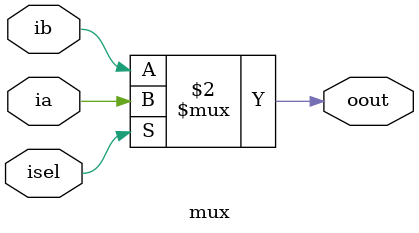
<source format=v>
`timescale 1ns / 1ps


module arbiter_puf(
input ipulse,
input[15:0] ichallenge,
output oresponse
    );
       wire odelay_line_oout_1;
    wire odelay_line_oout_2;
    
    delay_line inst_delay_line (
    .ipulse(ipulse),
    .ichallenge(ichallenge),
    .oout_1(odelay_line_oout_1),
    .oout_2(odelay_line_oout_2)
    );
    dff inst_dff1(
    .id(odelay_line_oout_1),
    .iclk(odelay_line_oout_2),
    .oq(oresponse)
    );
    
endmodule
module delay_line(
//input ipulse,isel,
//output oout
input ipulse,
input [C_LENGTH - 1 : 0] ichallenge,
output oout_1,
output oout_2
    );
    `ifndef parameters
`define  parameters

 parameter C_LENGTH = 3; //the length of the chain of the multiplexer 
`endif 
    (* dont_touch = "yes" *) wire  [2 * C_LENGTH + 1 : 0] net;
 //   wire [2 * C_LENGTH + 1 : 0] net;
    assign net [0] =ipulse;
    assign net [1] = ipulse;
    generate
    genvar i;
    for (i =1; i <= C_LENGTH; i = i +1)
    begin
    triMUX inst_mux_1(
    .ia(net[i *2 -2]),
    .ib(net[i *2 -1]),
    .isel(ichallenge[i-1]),
    .oout(net[i *2])
    );
    triMUX inst_mux_2(
    .ia(net[i *2 - 1]),
    .ib(net[i *2 -2]),
    .isel(ichallenge[i - 1]),
    .oout(net[i * 2 +1])
    );
    end
           
    endgenerate
    
    assign oout_1 = net [C_LENGTH * 2];
    assign oout_2 = net [C_LENGTH * 2 + 1];
	endmodule
	
	module dff(
    input id,
    input iclk,
    output reg oq
    );
    
    always @ (posedge iclk)  
    begin 
   oq <= id;
   end
endmodule

module mux(
    input ia,
    input ib,
    input isel,
    output reg oout
    );
     always@(*)
         oout <= isel ? ia : ib;
endmodule
</source>
